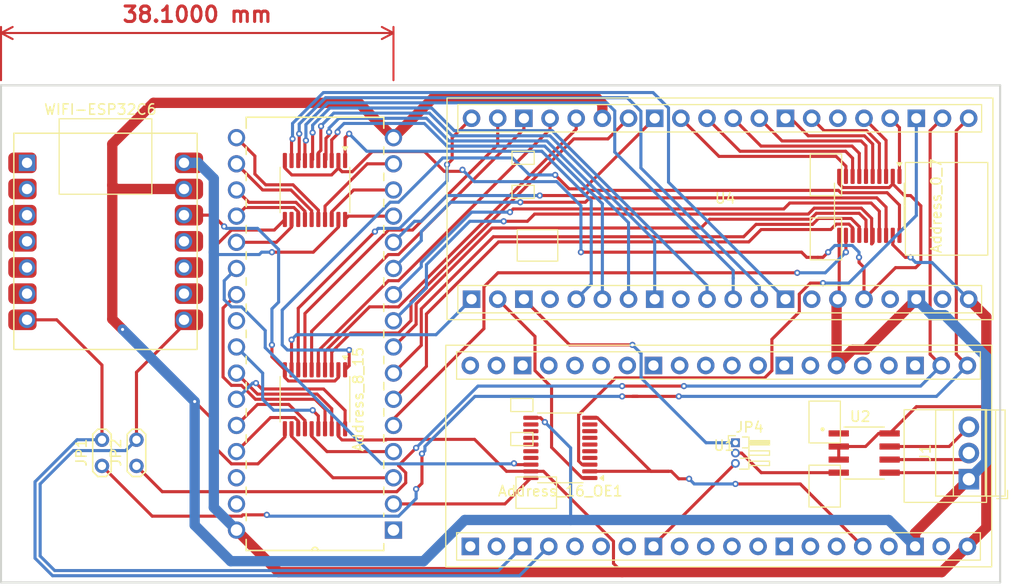
<source format=kicad_pcb>
(kicad_pcb (version 20240108) (generator "pcbnew") (generator_version "8.0")
  (layers (0 "F.Cu" signal) (31 "B.Cu" signal) (34 "B.Paste" user) (35 "F.Paste" user) (36 "B.SilkS" user "B.Silkscreen") (37 "F.SilkS" user "F.Silkscreen") (38 "B.Mask" user) (39 "F.Mask" user) (44 "Edge.Cuts" user))
  (net 0 "")
  (net 1 "/A0_3V3")
  (net 2 "/A1_5V")
  (net 3 "/VCC_5V")
  (net 4 "/A6_5V")
  (net 5 "/A4_5V")
  (net 6 "/A5_5V")
  (net 7 "/A5_3V3")
  (net 8 "/A2_5V")
  (net 9 "/A6_3V3")
  (net 10 "/A7_3V3")
  (net 11 "/VCC_3V3")
  (net 12 "/A0_5V")
  (net 13 "/A2_3V3")
  (net 14 "/A1_3V3")
  (net 15 "/A4_3V3")
  (net 16 "/A3_5V")
  (net 17 "/A3_3V3")
  (net 18 "/GND")
  (net 19 "/A13_3V3")
  (net 20 "/A7_5V")
  (net 21 "/A10_3V3")
  (net 22 "/A12_5V")
  (net 23 "/A9_5V")
  (net 24 "/A12_3V3")
  (net 25 "/A11_3V3")
  (net 26 "/A9_3V3")
  (net 27 "/A14_3V3")
  (net 28 "/A15_5V")
  (net 29 "/A15_3V3")
  (net 30 "/A11_5V")
  (net 31 "/A8_3V3")
  (net 32 "/OE_3V3")
  (net 33 "/A16_3V3")
  (net 34 "/A13_5V")
  (net 35 "/A8_5V")
  (net 36 "/A10_5V")
  (net 37 "/A14_5V")
  (net 38 "/OE_5V")
  (net 40 "/A16_5V")
  (net 52 "/D1_5V")
  (net 54 "/D0_5V")
  (net 55 "/D2_5V")
  (net 59 "/D6_3V3")
  (net 60 "/D4_3V3")
  (net 61 "/D7_3V3")
  (net 62 "/D3_3V3")
  (net 63 "/D0_3V3")
  (net 64 "/D2_3V3")
  (net 65 "/D5_3V3")
  (net 66 "/D1_3V3")
  (net 67 "/UART_EE_RX")
  (net 68 "/UART_EE_TX")
  (net 71 "/D6_5V")
  (net 76 "/D7_5V")
  (net 85 "/D5_5V")
  (net 87 "/D4_5V")
  (net 95 "/D3_5V")
  (net 96 "Net-(J1-Pin_2)")
  (net 97 "Net-(J1-Pin_3)")
  (net 120 "/UART_ESP_TX")
  (net 121 "/UART_ESP_RX")
  (net 122 "/DMX_TX")
  (net 123 "/DMX_TX_EE")
  (net 124 "/DMX_TX_CON")
  (footprint "TestPoint:TestPoint_2Pads_Pitch2.54mm_Drill0.8mm" (layer "F.Cu") (at 89.35 87.75 90)
    (property "Reference" "JP2")
    (property "Value" "UART EE <-> ESP 2")
  )
  (footprint "Package_SO:TSSOP-20_4.4x6.5mm_P0.65mm" (layer "F.Cu") (at 130.5 86 180)
    (property "Reference" "Address_16_OE1")
    (property "Value" "TXS0108EPW")
  )
  (footprint "TerminalBlock:TerminalBlock_Xinya_XY308-2.54-3P_1x03_P2.54mm_Horizontal" (layer "F.Cu") (at 170.16 89.04 90)
    (property "Reference" "J1")
    (property "Value" "Screw_Terminal_01x03")
  )
  (footprint "M27C1001-12F1:DIP254P1524X572-32" (layer "F.Cu") (at 99.06 55.88 180)
    (property "Reference" "EEPROM_SLOT1" (hide yes))
    (property "Value" "M27C1001-12F1")
  )
  (footprint "XIAO_PCB:MOUDLE14P-SMD-2.54-21X17.8MM" (layer "F.Cu") (at 77.4425 76.445)
    (property "Reference" "WIFI-ESP32C6")
    (property "Value" "WeAct-RP2040-Pico" (hide yes))
  )
  (footprint "Package_SO:TSSOP-20_4.4x6.5mm_P0.65mm" (layer "F.Cu") (at 106.68 60.96 -90)
    (property "Reference" "Data_Lines1" (hide yes))
    (property "Value" "TXS0108EPW")
  )
  (footprint "WeAct-rp2040:WeAct-RP2040-Pico" (layer "F.Cu") (at 145.878 86.79 -90)
    (property "Reference" "U1")
    (property "Value" "Controller-RP2040")
  )
  (footprint "SN65176BD:SOIC127P599X175-8N" (layer "F.Cu") (at 160 86.5)
    (property "Reference" "U2")
    (property "Value" "SN65176BD")
  )
  (footprint "Package_SO:TSSOP-20_4.4x6.5mm_P0.65mm" (layer "F.Cu") (at 160.5 62.5 -90)
    (property "Reference" "Address_0_7")
    (property "Value" "TXS0108EPW" (hide yes))
  )
  (footprint "Package_SO:TSSOP-20_4.4x6.5mm_P0.65mm" (layer "F.Cu") (at 106.68 81.28 -90)
    (property "Reference" "Address_8_15")
    (property "Value" "TXS0108EPW")
  )
  (footprint "TestPoint:TestPoint_2Pads_Pitch2.54mm_Drill0.8mm" (layer "F.Cu") (at 86 87.75 90)
    (property "Reference" "JP1")
    (property "Value" "UART EE <-> ESP 1")
  )
  (footprint "Connector_PinHeader_1.00mm:PinHeader_1x03_P1.00mm_Horizontal" (layer "F.Cu") (at 147.5 85.5)
    (property "Reference" "JP4")
    (property "Value" "DMX_TX")
  )
  (footprint "WeAct-rp2040:WeAct-RP2040-Pico" (layer "F.Cu") (at 146 62.79 -90)
    (property "Reference" "U4")
    (property "Value" "EEPROM-RP2040")
  )
  (gr_line (start 76.2 50.8) (end 76.2 99.06) (stroke (width 0.2)) (layer "Edge.Cuts"))
  (gr_line (start 173.2 99.06) (end 173.2 50.8) (stroke (width 0.2)) (layer "Edge.Cuts"))
  (gr_line (start 76.2 50.8) (end 173.2 50.8) (stroke (width 0.2)) (layer "Edge.Cuts"))
  (gr_line (start 76.2 99.06) (end 173.2 99.06) (stroke (width 0.2)) (layer "Edge.Cuts"))
  (dimension (type aligned) (layer "F.Cu") (pts (xy 76.2 50.8) (xy 114.3 50.8)) (height -5.08) (gr_text "38,1000 mm" (at 95.25 43.92 0) (layer "F.Cu") (effects (font (size 1.5 1.5) (thickness 0.3)))) (format (prefix "") (suffix "") (units 3) (units_format 1) (precision 4)) (style (thickness 0.2) (arrow_length 1.27) (text_position_mode 0) (extension_height 0.58642) (extension_offset 0.5)))
  (segment (start 162.522 54) (end 163.425 54.903) (width 0.3) (layer "F.Cu") (net 1))
  (segment (start 163.425 54.903) (end 163.425 59.6375) (width 0.3) (layer "F.Cu") (net 1))
  (segment (start 161.225 61.725) (end 133.351212 61.725) (width 0.3) (layer "F.Cu") (net 2))
  (segment (start 162.125 65.3625) (end 162.125 62.625) (width 0.3) (layer "F.Cu") (net 2))
  (segment (start 132.926212 62.15) (end 126.613357 62.15) (width 0.3) (layer "F.Cu") (net 2))
  (segment (start 133.351212 61.725) (end 132.926212 62.15) (width 0.3) (layer "F.Cu") (net 2))
  (segment (start 162.125 62.625) (end 161.225 61.725) (width 0.3) (layer "F.Cu") (net 2))
  (via (at 126.613357 62.15) (size 0.6) (drill 0.3) (layers "F.Cu" "B.Cu") (net 2))
  (segment (start 117 65) (end 117 65.88) (width 0.3) (layer "B.Cu") (net 2))
  (segment (start 119.85 62.15) (end 117 65) (width 0.3) (layer "B.Cu") (net 2))
  (segment (start 126.613357 62.15) (end 119.85 62.15) (width 0.3) (layer "B.Cu") (net 2))
  (segment (start 117 65.88) (end 114.3 68.58) (width 0.3) (layer "B.Cu") (net 2))
  (segment (start 108.955 84.879999) (end 109.305001 85.23) (width 0.3) (layer "F.Cu") (net 3))
  (segment (start 135.66 95.066943) (end 135.66 97.22) (width 0.3) (layer "F.Cu") (net 3))
  (segment (start 135.66 97.22) (end 136.5 98.06) (width 0.3) (layer "F.Cu") (net 3))
  (segment (start 167.524 98.06) (end 136.5 98.06) (width 1) (layer "F.Cu") (net 3))
  (segment (start 127.6375 88.275) (end 128.868057 88.275) (width 0.3) (layer "F.Cu") (net 3))
  (segment (start 162.47 84.595) (end 165.065 82) (width 0.3) (layer "F.Cu") (net 3))
  (segment (start 171.86 93.724) (end 170.02 95.564) (width 1) (layer "F.Cu") (net 3))
  (segment (start 164 67.5) (end 164.5 67.5) (width 0.3) (layer "F.Cu") (net 3))
  (segment (start 125.275 88.275) (end 127.6375 88.275) (width 0.3) (layer "F.Cu") (net 3))
  (segment (start 108.955 64.559999) (end 106.514999 67) (width 0.3) (layer "F.Cu") (net 3))
  (segment (start 109.305001 85.23) (end 113.5 85.23) (width 0.3) (layer "F.Cu") (net 3))
  (segment (start 103.14 98.06) (end 99.06 93.98) (width 1) (layer "F.Cu") (net 3))
  (segment (start 160.135 85.865) (end 157.53 85.865) (width 0.3) (layer "F.Cu") (net 3))
  (segment (start 122.1718 85.1718) (end 125.275 88.275) (width 0.3) (layer "F.Cu") (net 3))
  (segment (start 157.53 87.135) (end 157.53 85.865) (width 0.3) (layer "F.Cu") (net 3))
  (segment (start 162.775 66.275) (end 164 67.5) (width 0.3) (layer "F.Cu") (net 3))
  (segment (start 162.775 65.3625) (end 162.775 66.275) (width 0.3) (layer "F.Cu") (net 3))
  (segment (start 113.5 85.23) (end 113.5582 85.1718) (width 0.3) (layer "F.Cu") (net 3))
  (segment (start 113.5 85.23) (end 113.586031 85.23) (width 0.3) (layer "F.Cu") (net 3))
  (segment (start 170.142 71.564) (end 171.86 73.282) (width 1) (layer "F.Cu") (net 3))
  (segment (start 106.514999 67) (end 102.5 67) (width 0.3) (layer "F.Cu") (net 3))
  (segment (start 171.86 73.282) (end 171.86 82) (width 1) (layer "F.Cu") (net 3))
  (segment (start 136.5 98.06) (end 103.14 98.06) (width 1) (layer "F.Cu") (net 3))
  (segment (start 171.86 82) (end 171.86 93.724) (width 1) (layer "F.Cu") (net 3))
  (segment (start 161.405 84.595) (end 160.135 85.865) (width 0.3) (layer "F.Cu") (net 3))
  (segment (start 108.955 63.8225) (end 108.955 64.559999) (width 0.3) (layer "F.Cu") (net 3))
  (segment (start 113.5582 85.1718) (end 122.1718 85.1718) (width 0.3) (layer "F.Cu") (net 3))
  (segment (start 165.065 82) (end 171.86 82) (width 0.3) (layer "F.Cu") (net 3))
  (segment (start 162.47 84.595) (end 161.405 84.595) (width 0.3) (layer "F.Cu") (net 3))
  (segment (start 108.955 84.1425) (end 108.955 84.879999) (width 0.3) (layer "F.Cu") (net 3))
  (segment (start 128.868057 88.275) (end 135.66 95.066943) (width 0.3) (layer "F.Cu") (net 3))
  (segment (start 170.02 95.564) (end 167.524 98.06) (width 1) (layer "F.Cu") (net 3))
  (via (at 102.5 67) (size 0.6) (drill 0.3) (layers "F.Cu" "B.Cu") (net 3))
  (via (at 164.5 67.5) (size 0.6) (drill 0.3) (layers "F.Cu" "B.Cu") (net 3))
  (segment (start 101.2718 67.2282) (end 97.088209 67.2282) (width 0.3) (layer "B.Cu") (net 3))
  (segment (start 102.5 67) (end 101.5 67) (width 0.3) (layer "B.Cu") (net 3))
  (segment (start 101.5 67) (end 101.2718 67.2282) (width 0.3) (layer "B.Cu") (net 3))
  (segment (start 99.06 93.98) (end 96.860009 91.780009) (width 1) (layer "B.Cu") (net 3))
  (segment (start 97.088209 67.2282) (end 96.860009 67) (width 0.3) (layer "B.Cu") (net 3))
  (segment (start 164.5 67.5) (end 165 68) (width 0.3) (layer "B.Cu") (net 3))
  (segment (start 96.860009 67) (end 96.860009 59.860009) (width 1) (layer "B.Cu") (net 3))
  (segment (start 95.325 58.325) (end 93.9625 58.325) (width 1) (layer "B.Cu") (net 3))
  (segment (start 96.860009 91.780009) (end 96.860009 67) (width 1) (layer "B.Cu") (net 3))
  (segment (start 165 68) (end 166.578 68) (width 0.3) (layer "B.Cu") (net 3))
  (segment (start 96.860009 59.860009) (end 95.325 58.325) (width 1) (layer "B.Cu") (net 3))
  (segment (start 166.578 68) (end 170.142 71.564) (width 0.3) (layer "B.Cu") (net 3))
  (segment (start 114.3 81.28) (end 117.5 78.08) (width 0.3) (layer "F.Cu") (net 4))
  (segment (start 124.5 66) (end 148.8 66) (width 0.3) (layer "F.Cu") (net 4))
  (segment (start 117.5 73) (end 124.5 66) (width 0.3) (layer "F.Cu") (net 4))
  (segment (start 157.285832 64.275) (end 158.524999 64.275) (width 0.3) (layer "F.Cu") (net 4))
  (segment (start 158.524999 64.275) (end 158.875 64.625001) (width 0.3) (layer "F.Cu") (net 4))
  (segment (start 158.875 64.625001) (end 158.875 65.3625) (width 0.3) (layer "F.Cu") (net 4))
  (segment (start 148.8 66) (end 150 64.8) (width 0.3) (layer "F.Cu") (net 4))
  (segment (start 156.760832 64.8) (end 157.285832 64.275) (width 0.3) (layer "F.Cu") (net 4))
  (segment (start 150 64.8) (end 156.760832 64.8) (width 0.3) (layer "F.Cu") (net 4))
  (segment (start 117.5 78.08) (end 117.5 73) (width 0.3) (layer "F.Cu") (net 4))
  (segment (start 145 63.8) (end 144.15 64.65) (width 0.3) (layer "F.Cu") (net 5))
  (segment (start 155.353797 63.225) (end 154.778797 63.8) (width 0.3) (layer "F.Cu") (net 5))
  (segment (start 160.175 65.3625) (end 160.175 63.882106) (width 0.3) (layer "F.Cu") (net 5))
  (segment (start 123.864581 64.65) (end 116.5 72.014581) (width 0.3) (layer "F.Cu") (net 5))
  (segment (start 160.175 63.882106) (end 159.517894 63.225) (width 0.3) (layer "F.Cu") (net 5))
  (segment (start 116.5 72.014581) (end 116.5 74) (width 0.3) (layer "F.Cu") (net 5))
  (segment (start 116.5 74) (end 114.3 76.2) (width 0.3) (layer "F.Cu") (net 5))
  (segment (start 159.517894 63.225) (end 155.353797 63.225) (width 0.3) (layer "F.Cu") (net 5))
  (segment (start 144.15 64.65) (end 123.864581 64.65) (width 0.3) (layer "F.Cu") (net 5))
  (segment (start 154.778797 63.8) (end 145 63.8) (width 0.3) (layer "F.Cu") (net 5))
  (segment (start 148.3 65.5) (end 124 65.5) (width 0.3) (layer "F.Cu") (net 6))
  (segment (start 124 65.5) (end 117 72.5) (width 0.3) (layer "F.Cu") (net 6))
  (segment (start 159.525 65.3625) (end 159.525 64.525) (width 0.3) (layer "F.Cu") (net 6))
  (segment (start 149.5 64.3) (end 148.3 65.5) (width 0.3) (layer "F.Cu") (net 6))
  (segment (start 154.985903 64.3) (end 149.5 64.3) (width 0.3) (layer "F.Cu") (net 6))
  (segment (start 117 76.04) (end 114.3 78.74) (width 0.3) (layer "F.Cu") (net 6))
  (segment (start 117 72.5) (end 117 76.04) (width 0.3) (layer "F.Cu") (net 6))
  (segment (start 159.525 64.525) (end 158.725 63.725) (width 0.3) (layer "F.Cu") (net 6))
  (segment (start 155.560903 63.725) (end 154.985903 64.3) (width 0.3) (layer "F.Cu") (net 6))
  (segment (start 158.725 63.725) (end 155.560903 63.725) (width 0.3) (layer "F.Cu") (net 6))
  (segment (start 159.525 57.400001) (end 159.525 59.6375) (width 0.3) (layer "F.Cu") (net 7))
  (segment (start 149.982 56.7) (end 158.824999 56.7) (width 0.3) (layer "F.Cu") (net 7))
  (segment (start 147.282 54) (end 149.982 56.7) (width 0.3) (layer "F.Cu") (net 7))
  (segment (start 158.824999 56.7) (end 159.525 57.400001) (width 0.3) (layer "F.Cu") (net 7))
  (segment (start 152.2 62.8) (end 125.926714 62.8) (width 0.3) (layer "F.Cu") (net 8))
  (segment (start 152.775 62.225) (end 152.2 62.8) (width 0.3) (layer "F.Cu") (net 8))
  (segment (start 160.675 62.225) (end 152.775 62.225) (width 0.3) (layer "F.Cu") (net 8))
  (segment (start 161.475 65.3625) (end 161.475 63.025) (width 0.3) (layer "F.Cu") (net 8))
  (segment (start 125.926714 62.8) (end 125.613357 63.113357) (width 0.3) (layer "F.Cu") (net 8))
  (segment (start 161.475 63.025) (end 160.675 62.225) (width 0.3) (layer "F.Cu") (net 8))
  (via (at 125.613357 63.113357) (size 0.6) (drill 0.3) (layers "F.Cu" "B.Cu") (net 8))
  (segment (start 121.886643 63.113357) (end 117 68) (width 0.3) (layer "B.Cu") (net 8))
  (segment (start 117 68) (end 117 68.42) (width 0.3) (layer "B.Cu") (net 8))
  (segment (start 117 68.42) (end 114.3 71.12) (width 0.3) (layer "B.Cu") (net 8))
  (segment (start 125.613357 63.113357) (end 121.886643 63.113357) (width 0.3) (layer "B.Cu") (net 8))
  (segment (start 158.2 57.2) (end 158.875 57.875) (width 0.3) (layer "F.Cu") (net 9))
  (segment (start 144.742 54) (end 147.942 57.2) (width 0.3) (layer "F.Cu") (net 9))
  (segment (start 158.875 57.875) (end 158.875 59.6375) (width 0.3) (layer "F.Cu") (net 9))
  (segment (start 147.942 57.2) (end 158.2 57.2) (width 0.3) (layer "F.Cu") (net 9))
  (segment (start 157.275 57.7) (end 158.225 58.65) (width 0.3) (layer "F.Cu") (net 10))
  (segment (start 145.902 57.7) (end 157.275 57.7) (width 0.3) (layer "F.Cu") (net 10))
  (segment (start 142.202 54) (end 145.902 57.7) (width 0.3) (layer "F.Cu") (net 10))
  (segment (start 158.225 58.65) (end 158.225 59.6375) (width 0.3) (layer "F.Cu") (net 10))
  (segment (start 165.5 68) (end 165 68.5) (width 0.3) (layer "F.Cu") (net 11))
  (segment (start 154.419239 67.5) (end 155.5 67.5) (width 0.3) (layer "F.Cu") (net 11))
  (segment (start 159.982 68.482) (end 159.982 71.564) (width 0.3) (layer "F.Cu") (net 11))
  (segment (start 157.935832 60.725) (end 162.424999 60.725) (width 0.3) (layer "F.Cu") (net 11))
  (segment (start 108.955 79.154999) (end 108.604999 79.505) (width 0.3) (layer "F.Cu") (net 11))
  (segment (start 108.604999 79.505) (end 104.105001 79.505) (width 0.3) (layer "F.Cu") (net 11))
  (segment (start 96.765009 63.405) (end 97.860009 64.5) (width 0.3) (layer "F.Cu") (net 11))
  (segment (start 102.5 77.1625) (end 103.755 78.4175) (width 0.3) (layer "F.Cu") (net 11))
  (segment (start 95.8175 63.405) (end 94.4425 63.405) (width 0.3) (layer "F.Cu") (net 11))
  (segment (start 159.5 68) (end 159.982 68.482) (width 0.3) (layer "F.Cu") (net 11))
  (segment (start 108.955 58.834999) (end 108.289999 59.5) (width 0.3) (layer "F.Cu") (net 11))
  (segment (start 156 67.5) (end 156.5 67) (width 0.3) (layer "F.Cu") (net 11))
  (segment (start 162.424999 60.725) (end 162.775 60.374999) (width 0.3) (layer "F.Cu") (net 11))
  (segment (start 104.430832 59.5) (end 103.755 58.824168) (width 0.3) (layer "F.Cu") (net 11))
  (segment (start 153.919239 67) (end 154.419239 67.5) (width 0.3) (layer "F.Cu") (net 11))
  (segment (start 108.289999 59.5) (end 104.430832 59.5) (width 0.3) (layer "F.Cu") (net 11))
  (segment (start 159.5 67.5) (end 159.5 68) (width 0.3) (layer "F.Cu") (net 11))
  (segment (start 132.5 67) (end 153.919239 67) (width 0.3) (layer "F.Cu") (net 11))
  (segment (start 163.900001 61.5) (end 164.5 61.5) (width 0.3) (layer "F.Cu") (net 11))
  (segment (start 133.3625 83.075) (end 134.099999 83.075) (width 0.3) (layer "F.Cu") (net 11))
  (segment (start 117.312561 57.2318) (end 119.230761 59.15) (width 0.3) (layer "F.Cu") (net 11))
  (segment (start 102.5 76) (end 102.5 77.1625) (width 0.3) (layer "F.Cu") (net 11))
  (segment (start 103.755 79.154999) (end 103.755 78.4175) (width 0.3) (layer "F.Cu") (net 11))
  (segment (start 112.241093 57.2318) (end 117.312561 57.2318) (width 0.3) (layer "F.Cu") (net 11))
  (segment (start 139.299999 88.275) (end 141 88.275) (width 0.3) (layer "F.Cu") (net 11))
  (segment (start 108.955 58.0975) (end 108.955 58.834999) (width 0.3) (layer "F.Cu") (net 11))
  (segment (start 162.775 60.374999) (end 162.775 59.6375) (width 0.3) (layer "F.Cu") (net 11))
  (segment (start 165 68.5) (end 163.046 68.5) (width 0.3) (layer "F.Cu") (net 11))
  (segment (start 155.5 67.5) (end 156 67.5) (width 0.3) (layer "F.Cu") (net 11))
  (segment (start 119.230761 59.15) (end 120.85 59.15) (width 0.3) (layer "F.Cu") (net 11))
  (segment (start 162.775 60.374999) (end 163.900001 61.5) (width 0.3) (layer "F.Cu") (net 11))
  (segment (start 94.4425 63.405) (end 96.765009 63.405) (width 0.3) (layer "F.Cu") (net 11))
  (segment (start 165.5 62.5) (end 165.5 68) (width 0.3) (layer "F.Cu") (net 11))
  (segment (start 120.85 59.15) (end 121 59) (width 0.3) (layer "F.Cu") (net 11))
  (segment (start 164.5 61.5) (end 165.5 62.5) (width 0.3) (layer "F.Cu") (net 11))
  (segment (start 163.046 68.5) (end 159.982 71.564) (width 0.3) (layer "F.Cu") (net 11))
  (segment (start 108.955 58.834999) (end 109.305001 59.185) (width 0.3) (layer "F.Cu") (net 11))
  (segment (start 157.575 60.364168) (end 157.935832 60.725) (width 0.3) (layer "F.Cu") (net 11))
  (segment (start 110.287893 59.185) (end 112.241093 57.2318) (width 0.3) (layer "F.Cu") (net 11))
  (segment (start 153.796 89.5) (end 147.5 89.5) (width 0.3) (layer "F.Cu") (net 11))
  (segment (start 157.575 59.6375) (end 157.575 60.364168) (width 0.3) (layer "F.Cu") (net 11))
  (segment (start 103.755 58.824168) (end 103.755 58.0975) (width 0.3) (layer "F.Cu") (net 11))
  (segment (start 141.275 88.275) (end 141 88.275) (width 0.3) (layer "F.Cu") (net 11))
  (segment (start 108.955 78.4175) (end 108.955 79.154999) (width 0.3) (layer "F.Cu") (net 11))
  (segment (start 109.305001 59.185) (end 110.287893 59.185) (width 0.3) (layer "F.Cu") (net 11))
  (segment (start 134.099999 83.075) (end 139.299999 88.275) (width 0.3) (layer "F.Cu") (net 11))
  (segment (start 142 89) (end 141.275 88.275) (width 0.3) (layer "F.Cu") (net 11))
  (segment (start 104.105001 79.505) (end 103.755 79.154999) (width 0.3) (layer "F.Cu") (net 11))
  (segment (start 143 89) (end 142 89) (width 0.3) (layer "F.Cu") (net 11))
  (segment (start 141 88.275) (end 133.3625 88.275) (width 0.3) (layer "F.Cu") (net 11))
  (segment (start 159.86 95.564) (end 153.796 89.5) (width 0.3) (layer "F.Cu") (net 11))
  (via (at 147.5 89.5) (size 0.6) (drill 0.3) (layers "F.Cu" "B.Cu") (net 11))
  (via (at 156.5 67) (size 0.6) (drill 0.3) (layers "F.Cu" "B.Cu") (net 11))
  (via (at 159.5 67.5) (size 0.6) (drill 0.3) (layers "F.Cu" "B.Cu") (net 11))
  (via (at 97.860009 64.5) (size 0.6) (drill 0.3) (layers "F.Cu" "B.Cu") (net 11))
  (via (at 102.5 76) (size 0.6) (drill 0.3) (layers "F.Cu" "B.Cu") (net 11))
  (via (at 132.5 67) (size 0.6) (drill 0.3) (layers "F.Cu" "B.Cu") (net 11))
  (via (at 143 89) (size 0.6) (drill 0.3) (layers "F.Cu" "B.Cu") (net 11))
  (via (at 121 59) (size 0.6) (drill 0.3) (layers "F.Cu" "B.Cu") (net 11))
  (segment (start 132.5 62.5) (end 132.5 67) (width 0.3) (layer "B.Cu") (net 11))
  (segment (start 158.85 66.35) (end 159.5 67) (width 0.3) (layer "B.Cu") (net 11))
  (segment (start 156.5 67) (end 157.15 66.35) (width 0.3) (layer "B.Cu") (net 11))
  (segment (start 103.15 66.730761) (end 103.15 71.85) (width 0.3) (layer "B.Cu") (net 11))
  (segment (start 98.048209 64.6882) (end 101.107439 64.6882) (width 0.3) (layer "B.Cu") (net 11))
  (segment (start 147.5 89.5) (end 143.5 89.5) (width 0.3) (layer "B.Cu") (net 11))
  (segment (start 97.860009 64.5) (end 98.048209 64.6882) (width 0.3) (layer "B.Cu") (net 11))
  (segment (start 143.5 89.5) (end 143 89) (width 0.3) (layer "B.Cu") (net 11))
  (segment (start 101.107439 64.6882) (end 103.15 66.730761) (width 0.3) (layer "B.Cu") (net 11))
  (segment (start 157.15 66.35) (end 158.85 66.35) (width 0.3) (layer "B.Cu") (net 11))
  (segment (start 103.15 71.85) (end 102.5 72.5) (width 0.3) (layer "B.Cu") (net 11))
  (segment (start 130.15 60.15) (end 132.5 62.5) (width 0.3) (layer "B.Cu") (net 11))
  (segment (start 121 59) (end 122.15 60.15) (width 0.3) (layer "B.Cu") (net 11))
  (segment (start 159.5 67) (end 159.5 67.5) (width 0.3) (layer "B.Cu") (net 11))
  (segment (start 102.5 72.5) (end 102.5 76) (width 0.3) (layer "B.Cu") (net 11))
  (segment (start 122.15 60.15) (end 130.15 60.15) (width 0.3) (layer "B.Cu") (net 11))
  (segment (start 133.369106 61) (end 132.869106 61.5) (width 0.3) (layer "F.Cu") (net 12))
  (segment (start 157.728725 61.225) (end 157.503725 61) (width 0.3) (layer "F.Cu") (net 12))
  (segment (start 157.503725 61) (end 133.369106 61) (width 0.3) (layer "F.Cu") (net 12))
  (segment (start 163.425 65.3625) (end 163.425 62.425) (width 0.3) (layer "F.Cu") (net 12))
  (segment (start 163.425 62.425) (end 162.225 61.225) (width 0.3) (layer "F.Cu") (net 12))
  (segment (start 132.869106 61.5) (end 128.5 61.5) (width 0.3) (layer "F.Cu") (net 12))
  (segment (start 162.225 61.225) (end 157.728725 61.225) (width 0.3) (layer "F.Cu") (net 12))
  (via (at 128.5 61.5) (size 0.6) (drill 0.3) (layers "F.Cu" "B.Cu") (net 12))
  (segment (start 116.34 64) (end 114.3 66.04) (width 0.3) (layer "B.Cu") (net 12))
  (segment (start 117 64) (end 116.34 64) (width 0.3) (layer "B.Cu") (net 12))
  (segment (start 128.5 61.5) (end 119.5 61.5) (width 0.3) (layer "B.Cu") (net 12))
  (segment (start 119.5 61.5) (end 117 64) (width 0.3) (layer "B.Cu") (net 12))
  (segment (start 161.475 56.442916) (end 161.475 59.6375) (width 0.3) (layer "F.Cu") (net 13))
  (segment (start 154.902 54) (end 156.102 55.2) (width 0.3) (layer "F.Cu") (net 13))
  (segment (start 160.232084 55.2) (end 161.475 56.442916) (width 0.3) (layer "F.Cu") (net 13))
  (segment (start 156.102 55.2) (end 160.232084 55.2) (width 0.3) (layer "F.Cu") (net 13))
  (segment (start 159.982 54) (end 162.125 56.143) (width 0.3) (layer "F.Cu") (net 14))
  (segment (start 162.125 56.143) (end 162.125 59.6375) (width 0.3) (layer "F.Cu") (net 14))
  (segment (start 160.175 56.675) (end 160.175 59.6375) (width 0.3) (layer "F.Cu") (net 15))
  (segment (start 152.022 56.2) (end 159.7 56.2) (width 0.3) (layer "F.Cu") (net 15))
  (segment (start 159.7 56.2) (end 160.175 56.675) (width 0.3) (layer "F.Cu") (net 15))
  (segment (start 149.822 54) (end 152.022 56.2) (width 0.3) (layer "F.Cu") (net 15))
  (segment (start 159.725 62.725) (end 155.146691 62.725) (width 0.3) (layer "F.Cu") (net 16))
  (segment (start 160.825 65.3625) (end 160.825 66.099999) (width 0.3) (layer "F.Cu") (net 16))
  (segment (start 160.825 66.099999) (end 160.725 66.199999) (width 0.3) (layer "F.Cu") (net 16))
  (segment (start 154.571691 63.3) (end 128 63.3) (width 0.3) (layer "F.Cu") (net 16))
  (segment (start 155.146691 62.725) (end 154.571691 63.3) (width 0.3) (layer "F.Cu") (net 16))
  (segment (start 127.3 64) (end 125 64) (width 0.3) (layer "F.Cu") (net 16))
  (segment (start 160.725 63.725) (end 159.725 62.725) (width 0.3) (layer "F.Cu") (net 16))
  (segment (start 160.725 66.199999) (end 160.725 63.725) (width 0.3) (layer "F.Cu") (net 16))
  (segment (start 128 63.3) (end 127.3 64) (width 0.3) (layer "F.Cu") (net 16))
  (via (at 125 64) (size 0.6) (drill 0.3) (layers "F.Cu" "B.Cu") (net 16))
  (segment (start 125 64) (end 121.707106 64) (width 0.3) (layer "B.Cu") (net 16))
  (segment (start 117.5 68.207106) (end 117.5 70.46) (width 0.3) (layer "B.Cu") (net 16))
  (segment (start 117.5 70.46) (end 114.3 73.66) (width 0.3) (layer "B.Cu") (net 16))
  (segment (start 121.707106 64) (end 117.5 68.207106) (width 0.3) (layer "B.Cu") (net 16))
  (segment (start 154.56587 55.7) (end 160.024978 55.7) (width 0.3) (layer "F.Cu") (net 17))
  (segment (start 152.86587 54) (end 154.56587 55.7) (width 0.3) (layer "F.Cu") (net 17))
  (segment (start 152.362 54) (end 152.86587 54) (width 0.3) (layer "F.Cu") (net 17))
  (segment (start 160.024978 55.7) (end 160.825 56.500022) (width 0.3) (layer "F.Cu") (net 17))
  (segment (start 160.825 56.500022) (end 160.825 59.6375) (width 0.3) (layer "F.Cu") (net 17))
  (segment (start 102.7257 64.8518) (end 103.755 63.8225) (width 0.3) (layer "F.Cu") (net 18))
  (segment (start 157.32 78) (end 158.87 76.45) (width 1) (layer "F.Cu") (net 18))
  (segment (start 97.01631 83.51631) (end 95 81.5) (width 0.3) (layer "F.Cu") (net 18))
  (segment (start 101.143906 87.5482) (end 98.567831 87.5482) (width 0.3) (layer "F.Cu") (net 18))
  (segment (start 158.87 76.45) (end 160.176 76.45) (width 1) (layer "F.Cu") (net 18))
  (segment (start 103.755 84.1425) (end 103.755 84.937106) (width 0.3) (layer "F.Cu") (net 18))
  (segment (start 169.525 88.405) (end 170.16 89.04) (width 0.3) (layer "F.Cu") (net 18))
  (segment (start 118.18 52) (end 134 52) (width 1) (layer "F.Cu") (net 18))
  (segment (start 114.3 55.88) (end 110.92 52.5) (width 1) (layer "F.Cu") (net 18))
  (segment (start 157.32 71.686) (end 157.442 71.564) (width 1) (layer "F.Cu") (net 18))
  (segment (start 91 52.5) (end 87 56.5) (width 1) (layer "F.Cu") (net 18))
  (segment (start 103.755 84.937106) (end 101.143906 87.5482) (width 0.3) (layer "F.Cu") (net 18))
  (segment (start 164.94 95.564) (end 164.94 94.26) (width 1) (layer "F.Cu") (net 18))
  (segment (start 97.8718 65.547831) (end 98.567831 64.8518) (width 0.3) (layer "F.Cu") (net 18))
  (segment (start 97.01631 85.996679) (end 97.01631 83.51631) (width 0.3) (layer "F.Cu") (net 18))
  (segment (start 110.92 52.5) (end 91 52.5) (width 1) (layer "F.Cu") (net 18))
  (segment (start 97.01631 85.863691) (end 97.01631 66.403321) (width 0.3) (layer "F.Cu") (net 18))
  (segment (start 98.567831 64.8518) (end 102.7257 64.8518) (width 0.3) (layer "F.Cu") (net 18))
  (segment (start 114.3 55.88) (end 118.18 52) (width 1) (layer "F.Cu") (net 18))
  (segment (start 87 73.5) (end 88 74.5) (width 1) (layer "F.Cu") (net 18))
  (segment (start 97.01631 66.403321) (end 97.8718 65.547831) (width 0.3) (layer "F.Cu") (net 18))
  (segment (start 87 60.5) (end 87.365 60.865) (width 1) (layer "F.Cu") (net 18))
  (segment (start 87.365 60.865) (end 94.4425 60.865) (width 1) (layer "F.Cu") (net 18))
  (segment (start 157.32 78) (end 157.32 71.686) (width 1) (layer "F.Cu") (net 18))
  (segment (start 128.575 83.075) (end 129 83.5) (width 0.3) (layer "F.Cu") (net 18))
  (segment (start 87 56.5) (end 87 60.5) (width 1) (layer "F.Cu") (net 18))
  (segment (start 87 60.5) (end 87 73.5) (width 1) (layer "F.Cu") (net 18))
  (segment (start 98.567831 87.5482) (end 97.01631 85.996679) (width 0.3) (layer "F.Cu") (net 18))
  (segment (start 160.176 76.45) (end 165.062 71.564) (width 1) (layer "F.Cu") (net 18))
  (segment (start 127.6375 83.075) (end 128.575 83.075) (width 0.3) (layer "F.Cu") (net 18))
  (segment (start 157.575 65.3625) (end 157.575 71.431) (width 0.3) (layer "F.Cu") (net 18))
  (segment (start 164.94 94.26) (end 170.16 89.04) (width 1) (layer "F.Cu") (net 18))
  (segment (start 157.575 71.431) (end 157.442 71.564) (width 0.3) (layer "F.Cu") (net 18))
  (segment (start 162.47 88.405) (end 169.525 88.405) (width 0.3) (layer "F.Cu") (net 18))
  (segment (start 134 52) (end 134.582 52.582) (width 1) (layer "F.Cu") (net 18))
  (segment (start 134.582 52.582) (end 134.582 54) (width 1) (layer "F.Cu") (net 18))
  (via (at 95 81.5) (size 0.6) (drill 0.3) (layers "F.Cu" "B.Cu") (net 18))
  (via (at 88 74.5) (size 0.6) (drill 0.3) (layers "F.Cu" "B.Cu") (net 18))
  (via (at 129 83.5) (size 0.6) (drill 0.3) (layers "F.Cu" "B.Cu") (net 18))
  (segment (start 167.814 73.114) (end 171.86 77.16) (width 1) (layer "B.Cu") (net 18))
  (segment (start 121.224 93) (end 131.5 93) (width 1) (layer "B.Cu") (net 18))
  (segment (start 166.612 73.114) (end 167.814 73.114) (width 1) (layer "B.Cu") (net 18))
  (segment (start 117.224 97) (end 121.224 93) (width 1) (layer "B.Cu") (net 18))
  (segment (start 165.062 71.564) (end 166.612 73.114) (width 1) (layer "B.Cu") (net 18))
  (segment (start 98.5 97) (end 117.224 97) (width 1) (layer "B.Cu") (net 18))
  (segment (start 129 83.5) (end 131.5 86) (width 0.3) (layer "B.Cu") (net 18))
  (segment (start 131.5 93) (end 162.376 93) (width 1) (layer "B.Cu") (net 18))
  (segment (start 171.86 77.16) (end 171.86 87.34) (width 1) (layer "B.Cu") (net 18))
  (segment (start 95 81.5) (end 95 93.5) (width 1) (layer "B.Cu") (net 18))
  (segment (start 88 74.5) (end 95 81.5) (width 1) (layer "B.Cu") (net 18))
  (segment (start 162.376 93) (end 164.94 95.564) (width 1) (layer "B.Cu") (net 18))
  (segment (start 171.86 87.34) (end 170.16 89.04) (width 1) (layer "B.Cu") (net 18))
  (segment (start 95 93.5) (end 98.5 97) (width 1) (layer "B.Cu") (net 18))
  (segment (start 131.5 86) (end 131.5 93) (width 0.3) (layer "B.Cu") (net 18))
  (segment (start 116.1482 64.8518) (end 124.422 56.578) (width 0.3) (layer "F.Cu") (net 19))
  (segment (start 105.705 78.4175) (end 105.705 72.954631) (width 0.3) (layer "F.Cu") (net 19))
  (segment (start 113.807831 64.8518) (end 116.1482 64.8518) (width 0.3) (layer "F.Cu") (net 19))
  (segment (start 124.422 56.578) (end 124.422 54) (width 0.3) (layer "F.Cu") (net 19))
  (segment (start 105.705 72.954631) (end 113.807831 64.8518) (width 0.3) (layer "F.Cu") (net 19))
  (segment (start 158.225 65.3625) (end 158.225 67) (width 0.3) (layer "F.Cu") (net 20))
  (segment (start 124.446 69) (end 123.082 70.364) (width 0.3) (layer "F.Cu") (net 20))
  (segment (start 153.5 69) (end 124.446 69) (width 0.3) (layer "F.Cu") (net 20))
  (segment (start 114.3 83.2) (end 114.3 83.82) (width 0.3) (layer "F.Cu") (net 20))
  (segment (start 123.082 74.418) (end 114.3 83.2) (width 0.3) (layer "F.Cu") (net 20))
  (segment (start 123.082 70.364) (end 123.082 74.418) (width 0.3) (layer "F.Cu") (net 20))
  (via (at 158.225 67) (size 0.6) (drill 0.3) (layers "F.Cu" "B.Cu") (net 20))
  (via (at 153.5 69) (size 0.6) (drill 0.3) (layers "F.Cu" "B.Cu") (net 20))
  (segment (start 156.225 69) (end 153.5 69) (width 0.3) (layer "B.Cu") (net 20))
  (segment (start 158.225 67) (end 156.225 69) (width 0.3) (layer "B.Cu") (net 20))
  (segment (start 113.804973 72.305342) (end 113.807831 72.3082) (width 0.3) (layer "F.Cu") (net 21))
  (segment (start 114.792169 72.3082) (end 132.042 55.058369) (width 0.3) (layer "F.Cu") (net 21))
  (segment (start 111.977795 72.305342) (end 113.804973 72.305342) (width 0.3) (layer "F.Cu") (net 21))
  (segment (start 107.655 78.4175) (end 107.655 76.628137) (width 0.3) (layer "F.Cu") (net 21))
  (segment (start 113.807831 72.3082) (end 114.792169 72.3082) (width 0.3) (layer "F.Cu") (net 21))
  (segment (start 132.042 55.058369) (end 132.042 54) (width 0.3) (layer "F.Cu") (net 21))
  (segment (start 107.655 76.628137) (end 111.977795 72.305342) (width 0.3) (layer "F.Cu") (net 21))
  (segment (start 106.355 84.1425) (end 106.355 84.869168) (width 0.3) (layer "F.Cu") (net 22))
  (segment (start 106.355 84.869168) (end 107.845832 86.36) (width 0.3) (layer "F.Cu") (net 22))
  (segment (start 107.845832 86.36) (end 114.3 86.36) (width 0.3) (layer "F.Cu") (net 22))
  (segment (start 101.1 80.78) (end 106.887106 80.78) (width 0.3) (layer "F.Cu") (net 23))
  (segment (start 99.06 78.74) (end 101.1 80.78) (width 0.3) (layer "F.Cu") (net 23))
  (segment (start 106.887106 80.78) (end 108.305 82.197894) (width 0.3) (layer "F.Cu") (net 23))
  (segment (start 108.305 82.197894) (end 108.305 84.1425) (width 0.3) (layer "F.Cu") (net 23))
  (segment (start 106.355 78.4175) (end 106.355 74.681031) (width 0.3) (layer "F.Cu") (net 24))
  (segment (start 113.807831 67.2282) (end 114.792169 67.2282) (width 0.3) (layer "F.Cu") (net 24))
  (segment (start 114.792169 67.2282) (end 126.962 55.058369) (width 0.3) (layer "F.Cu") (net 24))
  (segment (start 106.355 74.681031) (end 113.807831 67.2282) (width 0.3) (layer "F.Cu") (net 24))
  (segment (start 126.962 55.058369) (end 126.962 54) (width 0.3) (layer "F.Cu") (net 24))
  (segment (start 107.005 76.571031) (end 113.807831 69.7682) (width 0.3) (layer "F.Cu") (net 25))
  (segment (start 107.005 78.4175) (end 107.005 76.571031) (width 0.3) (layer "F.Cu") (net 25))
  (segment (start 114.792169 69.7682) (end 129.502 55.058369) (width 0.3) (layer "F.Cu") (net 25))
  (segment (start 113.807831 69.7682) (end 114.792169 69.7682) (width 0.3) (layer "F.Cu") (net 25))
  (segment (start 129.502 55.058369) (end 129.502 54) (width 0.3) (layer "F.Cu") (net 25))
  (segment (start 108.305 78.4175) (end 108.305 76.695) (width 0.3) (layer "F.Cu") (net 26))
  (segment (start 116 71.807475) (end 131.807475 56) (width 0.3) (layer "F.Cu") (net 26))
  (segment (start 116 73.640369) (end 116 71.807475) (width 0.3) (layer "F.Cu") (net 26))
  (segment (start 110.1518 74.8482) (end 114.792169 74.8482) (width 0.3) (layer "F.Cu") (net 26))
  (segment (start 108.305 76.695) (end 110.1518 74.8482) (width 0.3) (layer "F.Cu") (net 26))
  (segment (start 114.792169 74.8482) (end 116 73.640369) (width 0.3) (layer "F.Cu") (net 26))
  (segment (start 131.807475 56) (end 135.122 56) (width 0.3) (layer "F.Cu") (net 26))
  (segment (start 135.122 56) (end 137.122 54) (width 0.3) (layer "F.Cu") (net 26))
  (segment (start 105.055 78.4175) (end 105.055 72.445) (width 0.3) (layer "F.Cu") (net 27))
  (segment (start 119.5 58.5) (end 120 58) (width 0.3) (layer "F.Cu") (net 27))
  (segment (start 105.055 72.445) (end 112.5 65) (width 0.3) (layer "F.Cu") (net 27))
  (segment (start 120 58) (end 120 55.882) (width 0.3) (layer "F.Cu") (net 27))
  (segment (start 120 55.882) (end 121.882 54) (width 0.3) (layer "F.Cu") (net 27))
  (via (at 119.5 58.5) (size 0.6) (drill 0.3) (layers "F.Cu" "B.Cu") (net 27))
  (via (at 112.5 65) (size 0.6) (drill 0.3) (layers "F.Cu" "B.Cu") (net 27))
  (segment (start 119.5 60.082) (end 119.5 58.5) (width 0.3) (layer "B.Cu") (net 27))
  (segment (start 112.5 65) (end 112.8118 64.6882) (width 0.3) (layer "B.Cu") (net 27))
  (segment (start 112.8118 64.6882) (end 114.8938 64.6882) (width 0.3) (layer "B.Cu") (net 27))
  (segment (start 114.8938 64.6882) (end 119.5 60.082) (width 0.3) (layer "B.Cu") (net 27))
  (segment (start 104.405 84.1425) (end 104.405 84.879999) (width 0.3) (layer "F.Cu") (net 28))
  (segment (start 108.425001 88.9) (end 114.3 88.9) (width 0.3) (layer "F.Cu") (net 28))
  (segment (start 104.405 84.879999) (end 108.425001 88.9) (width 0.3) (layer "F.Cu") (net 28))
  (segment (start 104.405 78.4175) (end 104.405 75.5) (width 0.3) (layer "F.Cu") (net 29))
  (via (at 104.405 75.5) (size 0.6) (drill 0.3) (layers "F.Cu" "B.Cu") (net 29))
  (segment (start 104.8932 75.0118) (end 118.4342 75.0118) (width 0.3) (layer "B.Cu") (net 29))
  (segment (start 104.405 75.5) (end 104.8932 75.0118) (width 0.3) (layer "B.Cu") (net 29))
  (segment (start 118.4342 75.0118) (end 121.882 71.564) (width 0.3) (layer "B.Cu") (net 29))
  (segment (start 107.005 82.891645) (end 106.45701 82.343655) (width 0.3) (layer "F.Cu") (net 30))
  (segment (start 107.005 84.1425) (end 107.005 82.891645) (width 0.3) (layer "F.Cu") (net 30))
  (via (at 106.45701 82.343655) (size 0.6) (drill 0.3) (layers "F.Cu" "B.Cu") (net 30))
  (segment (start 101.6 78.74) (end 99.06 76.2) (width 0.3) (layer "B.Cu") (net 30))
  (segment (start 102.663655 82.343655) (end 101.6 81.28) (width 0.3) (layer "B.Cu") (net 30))
  (segment (start 101.6 81.28) (end 101.6 78.74) (width 0.3) (layer "B.Cu") (net 30))
  (segment (start 106.45701 82.343655) (end 102.663655 82.343655) (width 0.3) (layer "B.Cu") (net 30))
  (segment (start 131.35 60.85) (end 132.812 60.85) (width 0.3) (layer "F.Cu") (net 31))
  (segment (start 132.812 60.85) (end 139.662 54) (width 0.3) (layer "F.Cu") (net 31))
  (segment (start 130 59.5) (end 131.35 60.85) (width 0.3) (layer "F.Cu") (net 31))
  (segment (start 110 78.0225) (end 109.605 78.4175) (width 0.3) (layer "F.Cu") (net 31))
  (segment (start 110 76.5) (end 110 78.0225) (width 0.3) (layer "F.Cu") (net 31))
  (via (at 130 59.5) (size 0.6) (drill 0.3) (layers "F.Cu" "B.Cu") (net 31))
  (via (at 110 76.5) (size 0.6) (drill 0.3) (layers "F.Cu" "B.Cu") (net 31))
  (segment (start 119.090369 57.85) (end 114.792169 62.1482) (width 0.3) (layer "B.Cu") (net 31))
  (segment (start 127.5 59.5) (end 125.85 57.85) (width 0.3) (layer "B.Cu") (net 31))
  (segment (start 103.5 72.619631) (end 103.5 76) (width 0.3) (layer "B.Cu") (net 31))
  (segment (start 104 76.5) (end 110 76.5) (width 0.3) (layer "B.Cu") (net 31))
  (segment (start 113.971431 62.1482) (end 103.5 72.619631) (width 0.3) (layer "B.Cu") (net 31))
  (segment (start 103.5 76) (end 104 76.5) (width 0.3) (layer "B.Cu") (net 31))
  (segment (start 114.792169 62.1482) (end 113.971431 62.1482) (width 0.3) (layer "B.Cu") (net 31))
  (segment (start 125.85 57.85) (end 119.090369 57.85) (width 0.3) (layer "B.Cu") (net 31))
  (segment (start 130 59.5) (end 127.5 59.5) (width 0.3) (layer "B.Cu") (net 31))
  (segment (start 151.04 75.460001) (end 153.702 72.798001) (width 0.3) (layer "F.Cu") (net 32))
  (segment (start 132.275 87.274999) (end 132.275 82.785832) (width 0.3) (layer "F.Cu") (net 32))
  (segment (start 150.34 79.2) (end 151.04 78.5) (width 0.3) (layer "F.Cu") (net 32))
  (segment (start 132.625001 87.625) (end 132.275 87.274999) (width 0.3) (layer "F.Cu") (net 32))
  (segment (start 153.702 72.798001) (end 153.702 71.066943) (width 0.3) (layer "F.Cu") (net 32))
  (segment (start 135.860832 79.2) (end 150.34 79.2) (width 0.3) (layer "F.Cu") (net 32))
  (segment (start 133.3625 87.625) (end 132.625001 87.625) (width 0.3) (layer "F.Cu") (net 32))
  (segment (start 154.768943 70) (end 156 70) (width 0.3) (layer "F.Cu") (net 32))
  (segment (start 153.702 71.066943) (end 154.768943 70) (width 0.3) (layer "F.Cu") (net 32))
  (segment (start 132.275 82.785832) (end 135.860832 79.2) (width 0.3) (layer "F.Cu") (net 32))
  (segment (start 151.04 78.5) (end 151.04 75.460001) (width 0.3) (layer "F.Cu") (net 32))
  (via (at 156 70) (size 0.6) (drill 0.3) (layers "F.Cu" "B.Cu") (net 32))
  (segment (start 156 70) (end 158.5 70) (width 0.3) (layer "B.Cu") (net 32))
  (segment (start 158.5 70) (end 165.062 63.438) (width 0.3) (layer "B.Cu") (net 32))
  (segment (start 165.062 63.438) (end 165.062 54) (width 0.3) (layer "B.Cu") (net 32))
  (segment (start 128.04 78.5) (end 128.04 75.182) (width 0.3) (layer "F.Cu") (net 33))
  (segment (start 129.65 85.949999) (end 129.65 80.11) (width 0.3) (layer "F.Cu") (net 33))
  (segment (start 132.625001 88.925) (end 129.65 85.949999) (width 0.3) (layer "F.Cu") (net 33))
  (segment (start 128.04 75.182) (end 124.422 71.564) (width 0.3) (layer "F.Cu") (net 33))
  (segment (start 133.3625 88.925) (end 132.625001 88.925) (width 0.3) (layer "F.Cu") (net 33))
  (segment (start 129.65 80.11) (end 128.04 78.5) (width 0.3) (layer "F.Cu") (net 33))
  (segment (start 105.705 83.345) (end 104.14 81.78) (width 0.3) (layer "F.Cu") (net 34))
  (segment (start 104.14 81.78) (end 101.1 81.78) (width 0.3) (layer "F.Cu") (net 34))
  (segment (start 101.1 81.78) (end 99.06 83.82) (width 0.3) (layer "F.Cu") (net 34))
  (segment (start 105.705 84.1425) (end 105.705 83.345) (width 0.3) (layer "F.Cu") (net 34))
  (segment (start 109.605 82.372207) (end 107.512793 80.28) (width 0.3) (layer "F.Cu") (net 35))
  (segment (start 101.519239 80.28) (end 100.950001 79.710762) (width 0.3) (layer "F.Cu") (net 35))
  (segment (start 109.605 84.1425) (end 109.605 82.372207) (width 0.3) (layer "F.Cu") (net 35))
  (segment (start 107.512793 80.28) (end 101.519239 80.28) (width 0.3) (layer "F.Cu") (net 35))
  (via (at 100.950001 79.710762) (size 0.6) (drill 0.3) (layers "F.Cu" "B.Cu") (net 35))
  (segment (start 100.950001 79.710762) (end 100.629238 79.710762) (width 0.3) (layer "B.Cu") (net 35))
  (segment (start 100.629238 79.710762) (end 99.06 81.28) (width 0.3) (layer "B.Cu") (net 35))
  (segment (start 107.655 82.255) (end 106.68 81.28) (width 0.3) (layer "F.Cu") (net 36))
  (segment (start 107.655 84.1425) (end 107.655 82.255) (width 0.3) (layer "F.Cu") (net 36))
  (segment (start 100.892894 81.28) (end 99.541094 79.9282) (width 0.3) (layer "F.Cu") (net 36))
  (segment (start 97.755925 79.116294) (end 97.755925 72.424075) (width 0.3) (layer "F.Cu") (net 36))
  (segment (start 98.567831 79.9282) (end 97.755925 79.116294) (width 0.3) (layer "F.Cu") (net 36))
  (segment (start 99.541094 79.9282) (end 98.567831 79.9282) (width 0.3) (layer "F.Cu") (net 36))
  (segment (start 97.755925 72.424075) (end 99.06 71.12) (width 0.3) (layer "F.Cu") (net 36))
  (segment (start 106.68 81.28) (end 100.892894 81.28) (width 0.3) (layer "F.Cu") (net 36))
  (segment (start 105.055 84.1425) (end 105.055 83.405001) (width 0.3) (layer "F.Cu") (net 37))
  (segment (start 102.365 83.055) (end 99.06 86.36) (width 0.3) (layer "F.Cu") (net 37))
  (segment (start 104.704999 83.055) (end 102.365 83.055) (width 0.3) (layer "F.Cu") (net 37))
  (segment (start 105.055 83.405001) (end 104.704999 83.055) (width 0.3) (layer "F.Cu") (net 37))
  (segment (start 126.125 87.625) (end 127.6375 87.625) (width 0.3) (layer "F.Cu") (net 38))
  (segment (start 126 87.5) (end 126.125 87.625) (width 0.3) (layer "F.Cu") (net 38))
  (via (at 126 87.5) (size 0.6) (drill 0.3) (layers "F.Cu" "B.Cu") (net 38))
  (segment (start 113.128961 87.5482) (end 125.9518 87.5482) (width 0.3) (layer "B.Cu") (net 38))
  (segment (start 101.85 74.606031) (end 101.85 76.269239) (width 0.3) (layer "B.Cu") (net 38))
  (segment (start 125.9518 87.5482) (end 126 87.5) (width 0.3) (layer "B.Cu") (net 38))
  (segment (start 97.8718 71.612169) (end 98.567831 72.3082) (width 0.3) (layer "B.Cu") (net 38))
  (segment (start 99.552169 72.3082) (end 101.85 74.606031) (width 0.3) (layer "B.Cu") (net 38))
  (segment (start 98.567831 72.3082) (end 99.552169 72.3082) (width 0.3) (layer "B.Cu") (net 38))
  (segment (start 101.85 76.269239) (end 113.128961 87.5482) (width 0.3) (layer "B.Cu") (net 38))
  (segment (start 97.8718 69.7682) (end 97.8718 71.612169) (width 0.3) (layer "B.Cu") (net 38))
  (segment (start 99.06 68.58) (end 97.8718 69.7682) (width 0.3) (layer "B.Cu") (net 38))
  (segment (start 114.3 91.44) (end 125.1225 91.44) (width 0.3) (layer "F.Cu") (net 40))
  (segment (start 125.1225 91.44) (end 127.6375 88.925) (width 0.3) (layer "F.Cu") (net 40))
  (segment (start 110.430001 60.96) (end 114.3 60.96) (width 0.3) (layer "F.Cu") (net 52))
  (segment (start 108.305 63.8225) (end 108.305 63.085001) (width 0.3) (layer "F.Cu") (net 52))
  (segment (start 108.305 63.085001) (end 110.430001 60.96) (width 0.3) (layer "F.Cu") (net 52))
  (segment (start 109.9275 63.5) (end 114.3 63.5) (width 0.3) (layer "F.Cu") (net 54))
  (segment (start 109.605 63.8225) (end 109.9275 63.5) (width 0.3) (layer "F.Cu") (net 54))
  (segment (start 107.655 62.525) (end 111.76 58.42) (width 0.3) (layer "F.Cu") (net 55))
  (segment (start 111.76 58.42) (end 114.3 58.42) (width 0.3) (layer "F.Cu") (net 55))
  (segment (start 107.655 63.8225) (end 107.655 62.525) (width 0.3) (layer "F.Cu") (net 55))
  (segment (start 105.055 58.0975) (end 105.15 58.0025) (width 0.3) (layer "F.Cu") (net 59))
  (segment (start 105.15 58.0025) (end 105.15 55.5) (width 0.3) (layer "F.Cu") (net 59))
  (via (at 105.15 55.5) (size 0.6) (drill 0.3) (layers "F.Cu" "B.Cu") (net 59))
  (segment (start 105.15 55.5) (end 105.15 54.557106) (width 0.3) (layer "B.Cu") (net 59))
  (segment (start 107.707106 52) (end 137 52) (width 0.3) (layer "B.Cu") (net 59))
  (segment (start 137 52) (end 138.322 53.322) (width 0.3) (layer "B.Cu") (net 59))
  (segment (start 138.322 58.822) (end 149.822 70.322) (width 0.3) (layer "B.Cu") (net 59))
  (segment (start 105.15 54.557106) (end 107.707106 52) (width 0.3) (layer "B.Cu") (net 59))
  (segment (start 149.822 70.322) (end 149.822 71.564) (width 0.3) (layer "B.Cu") (net 59))
  (segment (start 138.322 53.322) (end 138.322 58.822) (width 0.3) (layer "B.Cu") (net 59))
  (segment (start 106.45 58.0025) (end 106.45 55.39022) (width 0.3) (layer "F.Cu") (net 60))
  (segment (start 106.355 58.0975) (end 106.45 58.0025) (width 0.3) (layer "F.Cu") (net 60))
  (via (at 106.45 55.39022) (size 0.6) (drill 0.3) (layers "F.Cu" "B.Cu") (net 60))
  (segment (start 120.2 55.2) (end 129.7 55.2) (width 0.3) (layer "B.Cu") (net 60))
  (segment (start 118 53) (end 120.2 55.2) (width 0.3) (layer "B.Cu") (net 60))
  (segment (start 144.742 70.242) (end 144.742 71.564) (width 0.3) (layer "B.Cu") (net 60))
  (segment (start 108.121318 53) (end 118 53) (width 0.3) (layer "B.Cu") (net 60))
  (segment (start 106.45 55.39022) (end 106.45 54.671318) (width 0.3) (layer "B.Cu") (net 60))
  (segment (start 106.45 54.671318) (end 108.121318 53) (width 0.3) (layer "B.Cu") (net 60))
  (segment (start 129.7 55.2) (end 144.742 70.242) (width 0.3) (layer "B.Cu") (net 60))
  (segment (start 104.405 56.095) (end 104.5 56) (width 0.3) (layer "F.Cu") (net 61))
  (segment (start 104.405 58.0975) (end 104.405 56.095) (width 0.3) (layer "F.Cu") (net 61))
  (via (at 104.5 56) (size 0.6) (drill 0.3) (layers "F.Cu" "B.Cu") (net 61))
  (segment (start 104.5 54.5) (end 107.5 51.5) (width 0.3) (layer "B.Cu") (net 61))
  (segment (start 141.002 53.002) (end 141.002 60.204) (width 0.3) (layer "B.Cu") (net 61))
  (segment (start 107.5 51.5) (end 139.5 51.5) (width 0.3) (layer "B.Cu") (net 61))
  (segment (start 104.5 56) (end 104.5 54.5) (width 0.3) (layer "B.Cu") (net 61))
  (segment (start 141.002 60.204) (end 152.362 71.564) (width 0.3) (layer "B.Cu") (net 61))
  (segment (start 139.5 51.5) (end 141.002 53.002) (width 0.3) (layer "B.Cu") (net 61))
  (segment (start 107.247809 54.792749) (end 107.247809 57.117192) (width 0.3) (layer "F.Cu") (net 62))
  (segment (start 107.005 57.360001) (end 107.005 58.0975) (width 0.3) (layer "F.Cu") (net 62))
  (segment (start 107.247809 57.117192) (end 107.005 57.360001) (width 0.3) (layer "F.Cu") (net 62))
  (segment (start 107.268088 54.77247) (end 107.247809 54.792749) (width 0.3) (layer "F.Cu") (net 62))
  (via (at 107.268088 54.77247) (size 0.6) (drill 0.3) (layers "F.Cu" "B.Cu") (net 62))
  (segment (start 107.268088 54.731912) (end 108.5 53.5) (width 0.3) (layer "B.Cu") (net 62))
  (segment (start 139.662 65.869106) (end 139.662 71.564) (width 0.3) (layer "B.Cu") (net 62))
  (segment (start 107.268088 54.77247) (end 107.268088 54.731912) (width 0.3) (layer "B.Cu") (net 62))
  (segment (start 117.792894 53.5) (end 119.992894 55.7) (width 0.3) (layer "B.Cu") (net 62))
  (segment (start 108.5 53.5) (end 117.792894 53.5) (width 0.3) (layer "B.Cu") (net 62))
  (segment (start 129.492894 55.7) (end 139.662 65.869106) (width 0.3) (layer "B.Cu") (net 62))
  (segment (start 119.992894 55.7) (end 129.492894 55.7) (width 0.3) (layer "B.Cu") (net 62))
  (segment (start 109.605 55.895) (end 110 55.5) (width 0.3) (layer "F.Cu") (net 63))
  (segment (start 109.605 58.0975) (end 109.605 55.895) (width 0.3) (layer "F.Cu") (net 63))
  (via (at 110 55.5) (size 0.6) (drill 0.3) (layers "F.Cu" "B.Cu") (net 63))
  (segment (start 111.7 57.2) (end 128.7 57.2) (width 0.3) (layer "B.Cu") (net 63))
  (segment (start 128.7 57.2) (end 133.5 62) (width 0.3) (layer "B.Cu") (net 63))
  (segment (start 110 55.5) (end 111.7 57.2) (width 0.3) (layer "B.Cu") (net 63))
  (segment (start 133.5 70.106) (end 132.042 71.564) (width 0.3) (layer "B.Cu") (net 63))
  (segment (start 133.5 62) (end 133.5 70.106) (width 0.3) (layer "B.Cu") (net 63))
  (segment (start 107.747809 55.943991) (end 108.047812 55.643988) (width 0.3) (layer "F.Cu") (net 64))
  (segment (start 108.047812 55.643988) (end 108.047812 55.3418) (width 0.3) (layer "F.Cu") (net 64))
  (segment (start 107.655 58.0975) (end 107.747809 58.004691) (width 0.3) (layer "F.Cu") (net 64))
  (segment (start 107.747809 58.004691) (end 107.747809 55.943991) (width 0.3) (layer "F.Cu") (net 64))
  (via (at 108.047812 55.3418) (size 0.6) (drill 0.3) (layers "F.Cu" "B.Cu") (net 64))
  (segment (start 119.7 56.2) (end 129.191408 56.2) (width 0.3) (layer "B.Cu") (net 64))
  (segment (start 129.191408 56.2) (end 137.122 64.130592) (width 0.3) (layer "B.Cu") (net 64))
  (segment (start 108.047812 54.952188) (end 109 54) (width 0.3) (layer "B.Cu") (net 64))
  (segment (start 108.047812 55.3418) (end 108.047812 54.952188) (width 0.3) (layer "B.Cu") (net 64))
  (segment (start 117.5 54) (end 119.7 56.2) (width 0.3) (layer "B.Cu") (net 64))
  (segment (start 109 54) (end 117.5 54) (width 0.3) (layer "B.Cu") (net 64))
  (segment (start 137.122 64.130592) (end 137.122 71.564) (width 0.3) (layer "B.Cu") (net 64))
  (segment (start 105.705 56.250388) (end 105.8 56.155388) (width 0.3) (layer "F.Cu") (net 65))
  (segment (start 105.705 58.0975) (end 105.705 56.250388) (width 0.3) (layer "F.Cu") (net 65))
  (via (at 105.8 56.155388) (size 0.6) (drill 0.3) (layers "F.Cu" "B.Cu") (net 65))
  (segment (start 135 52.5) (end 135.782 53.282) (width 0.3) (layer "B.Cu") (net 65))
  (segment (start 135.782 53.282) (end 135.782 57.282) (width 0.3) (layer "B.Cu") (net 65))
  (segment (start 107.914212 52.5) (end 135 52.5) (width 0.3) (layer "B.Cu") (net 65))
  (segment (start 147.284825 69.513712) (end 147.282 69.516537) (width 0.3) (layer "B.Cu") (net 65))
  (segment (start 147.282 69.516537) (end 147.282 71.564) (width 0.3) (layer "B.Cu") (net 65))
  (segment (start 105.8 56.155388) (end 105.8 54.614212) (width 0.3) (layer "B.Cu") (net 65))
  (segment (start 135.782 57.282) (end 147.284825 68.784825) (width 0.3) (layer "B.Cu") (net 65))
  (segment (start 147.284825 68.784825) (end 147.284825 69.513712) (width 0.3) (layer "B.Cu") (net 65))
  (segment (start 105.8 54.614212) (end 107.914212 52.5) (width 0.3) (layer "B.Cu") (net 65))
  (segment (start 108.305 56.093907) (end 108.872924 55.525983) (width 0.3) (layer "F.Cu") (net 66))
  (segment (start 108.305 58.0975) (end 108.305 56.093907) (width 0.3) (layer "F.Cu") (net 66))
  (segment (start 108.872924 55.525983) (end 108.872924 55.3418) (width 0.3) (layer "F.Cu") (net 66))
  (via (at 108.872924 55.3418) (size 0.6) (drill 0.3) (layers "F.Cu" "B.Cu") (net 66))
  (segment (start 108.872924 55.3418) (end 108.872924 55.127076) (width 0.3) (layer "B.Cu") (net 66))
  (segment (start 134.582 62.297698) (end 134.582 71.564) (width 0.3) (layer "B.Cu") (net 66))
  (segment (start 108.872924 55.127076) (end 109.5 54.5) (width 0.3) (layer "B.Cu") (net 66))
  (segment (start 119.492893 56.7) (end 128.984302 56.7) (width 0.3) (layer "B.Cu") (net 66))
  (segment (start 117.292894 54.5) (end 119.492893 56.7) (width 0.3) (layer "B.Cu") (net 66))
  (segment (start 128.984302 56.7) (end 134.582 62.297698) (width 0.3) (layer "B.Cu") (net 66))
  (segment (start 109.5 54.5) (end 117.292894 54.5) (width 0.3) (layer "B.Cu") (net 66))
  (segment (start 117.065687 89.434313) (end 116.5 90) (width 0.3) (layer "F.Cu") (net 67))
  (segment (start 138 81) (end 136.5 81) (width 0.3) (layer "F.Cu") (net 67))
  (segment (start 90.8782 92.6282) (end 86 87.75) (width 0.3) (layer "F.Cu") (net 67))
  (segment (start 99.680369 92.5) (end 99.552169 92.6282) (width 0.3) (layer "F.Cu") (net 67))
  (segment (start 137.5 81) (end 138 81) (width 0.3) (layer "F.Cu") (net 67))
  (segment (start 102 92.5) (end 99.680369 92.5) (width 0.3) (layer "F.Cu") (net 67))
  (segment (start 117.065687 86.565687) (end 117.065687 89.434313) (width 0.3) (layer "F.Cu") (net 67))
  (segment (start 168.942 76.922) (end 168.942 55.2) (width 0.3) (layer "F.Cu") (net 67))
  (segment (start 142 81) (end 137.5 81) (width 0.3) (layer "F.Cu") (net 67))
  (segment (start 168.942 55.2) (end 170.142 54) (width 0.3) (layer "F.Cu") (net 67))
  (segment (start 170.02 78) (end 168.942 76.922) (width 0.3) (layer "F.Cu") (net 67))
  (segment (start 99.552169 92.6282) (end 90.8782 92.6282) (width 0.3) (layer "F.Cu") (net 67))
  (via (at 136.5 81) (size 0.6) (drill 0.3) (layers "F.Cu" "B.Cu") (net 67))
  (via (at 102 92.5) (size 0.6) (drill 0.3) (layers "F.Cu" "B.Cu") (net 67))
  (via (at 117.065687 86.565687) (size 0.6) (drill 0.3) (layers "F.Cu" "B.Cu") (net 67))
  (via (at 142 81) (size 0.6) (drill 0.3) (layers "F.Cu" "B.Cu") (net 67))
  (via (at 116.5 90) (size 0.6) (drill 0.3) (layers "F.Cu" "B.Cu") (net 67))
  (segment (start 116.5 90.920369) (end 114.792169 92.6282) (width 0.3) (layer "B.Cu") (net 67))
  (segment (start 167.02 81) (end 142 81) (width 0.3) (layer "B.Cu") (net 67))
  (segment (start 117.353553 86.277821) (end 117.065687 86.565687) (width 0.3) (layer "B.Cu") (net 67))
  (segment (start 102.1282 92.6282) (end 102 92.5) (width 0.3) (layer "B.Cu") (net 67))
  (segment (start 136.5 81) (end 122.207106 81) (width 0.3) (layer "B.Cu") (net 67))
  (segment (start 170.02 78) (end 167.02 81) (width 0.3) (layer "B.Cu") (net 67))
  (segment (start 114.792169 92.6282) (end 102.1282 92.6282) (width 0.3) (layer "B.Cu") (net 67))
  (segment (start 116.5 90) (end 116.5 90.920369) (width 0.3) (layer "B.Cu") (net 67))
  (segment (start 122.207106 81) (end 117.353553 85.853553) (width 0.3) (layer "B.Cu") (net 67))
  (segment (start 117.353553 85.853553) (end 117.353553 86.277821) (width 0.3) (layer "B.Cu") (net 67))
  (segment (start 114.7882 87.7118) (end 114.792169 87.7118) (width 0.3) (layer "F.Cu") (net 68))
  (segment (start 166.402 55.2) (end 167.602 54) (width 0.3) (layer "F.Cu") (net 68))
  (segment (start 115.4882 88.407831) (end 115.4882 89.392169) (width 0.3) (layer "F.Cu") (net 68))
  (segment (start 91.8518 90.2518) (end 89.35 87.75) (width 0.3) (layer "F.Cu") (net 68))
  (segment (start 115.4882 89.392169) (end 114.628569 90.2518) (width 0.3) (layer "F.Cu") (net 68))
  (segment (start 166.402 76.922) (end 166.402 55.2) (width 0.3) (layer "F.Cu") (net 68))
  (segment (start 116.5 86) (end 114.7882 87.7118) (width 0.3) (layer "F.Cu") (net 68))
  (segment (start 114.628569 90.2518) (end 91.8518 90.2518) (width 0.3) (layer "F.Cu") (net 68))
  (segment (start 167.48 78) (end 166.402 76.922) (width 0.3) (layer "F.Cu") (net 68))
  (segment (start 114.792169 87.7118) (end 115.4882 88.407831) (width 0.3) (layer "F.Cu") (net 68))
  (segment (start 142.5 80) (end 136.5 80) (width 0.3) (layer "F.Cu") (net 68))
  (via (at 142.5 80) (size 0.6) (drill 0.3) (layers "F.Cu" "B.Cu") (net 68))
  (via (at 116.5 86) (size 0.6) (drill 0.3) (layers "F.Cu" "B.Cu") (net 68))
  (via (at 136.5 80) (size 0.6) (drill 0.3) (layers "F.Cu" "B.Cu") (net 68))
  (segment (start 136.5 80) (end 122.5 80) (width 0.3) (layer "B.Cu") (net 68))
  (segment (start 167.48 78) (end 165.48 80) (width 0.3) (layer "B.Cu") (net 68))
  (segment (start 122.5 80) (end 116.5 86) (width 0.3) (layer "B.Cu") (net 68))
  (segment (start 165.48 80) (end 142.5 80) (width 0.3) (layer "B.Cu") (net 68))
  (segment (start 104.6318 62.661801) (end 105.055 63.085001) (width 0.3) (layer "F.Cu") (net 71))
  (segment (start 99.898199 62.661801) (end 104.6318 62.661801) (width 0.3) (layer "F.Cu") (net 71))
  (segment (start 105.055 63.085001) (end 105.055 63.8225) (width 0.3) (layer "F.Cu") (net 71))
  (segment (start 99.06 63.5) (end 99.898199 62.661801) (width 0.3) (layer "F.Cu") (net 71))
  (segment (start 102.924999 66.04) (end 104.405 64.559999) (width 0.3) (layer "F.Cu") (net 76))
  (segment (start 104.405 64.559999) (end 104.405 63.8225) (width 0.3) (layer "F.Cu") (net 76))
  (segment (start 99.06 66.04) (end 102.924999 66.04) (width 0.3) (layer "F.Cu") (net 76))
  (segment (start 104.838907 62.161801) (end 105.705 63.027894) (width 0.3) (layer "F.Cu") (net 85))
  (segment (start 99.06 60.96) (end 100.261801 62.161801) (width 0.3) (layer "F.Cu") (net 85))
  (segment (start 100.261801 62.161801) (end 104.838907 62.161801) (width 0.3) (layer "F.Cu") (net 85))
  (segment (start 105.705 63.027894) (end 105.705 63.8225) (width 0.3) (layer "F.Cu") (net 85))
  (segment (start 99.06 58.42) (end 101.6 60.96) (width 0.3) (layer "F.Cu") (net 87))
  (segment (start 101.6 60.96) (end 104.344213 60.96) (width 0.3) (layer "F.Cu") (net 87))
  (segment (start 106.355 62.970787) (end 106.355 63.8225) (width 0.3) (layer "F.Cu") (net 87))
  (segment (start 104.344213 60.96) (end 106.355 62.970787) (width 0.3) (layer "F.Cu") (net 87))
  (segment (start 100.844248 59.40946) (end 101.894788 60.46) (width 0.3) (layer "F.Cu") (net 95))
  (segment (start 104.55132 60.46) (end 107.005 62.91368) (width 0.3) (layer "F.Cu") (net 95))
  (segment (start 107.005 62.91368) (end 107.005 63.8225) (width 0.3) (layer "F.Cu") (net 95))
  (segment (start 99.06 55.88) (end 100.844248 57.664248) (width 0.3) (layer "F.Cu") (net 95))
  (segment (start 100.844248 57.664248) (end 100.844248 59.40946) (width 0.3) (layer "F.Cu") (net 95))
  (segment (start 101.894788 60.46) (end 104.55132 60.46) (width 0.3) (layer "F.Cu") (net 95))
  (segment (start 169.525 87.135) (end 170.16 86.5) (width 0.3) (layer "F.Cu") (net 96))
  (segment (start 162.47 87.135) (end 169.525 87.135) (width 0.3) (layer "F.Cu") (net 96))
  (segment (start 162.47 85.865) (end 168.255 85.865) (width 0.3) (layer "F.Cu") (net 97))
  (segment (start 168.255 85.865) (end 170.16 83.96) (width 0.3) (layer "F.Cu") (net 97))
  (segment (start 81.605 73.565) (end 86 77.96) (width 0.3) (layer "F.Cu") (net 120))
  (segment (start 86 77.96) (end 86 85.21) (width 0.3) (layer "F.Cu") (net 120))
  (segment (start 78.2775 73.565) (end 81.605 73.565) (width 0.3) (layer "F.Cu") (net 120))
  (segment (start 83.582894 85.21) (end 86 85.21) (width 0.3) (layer "B.Cu") (net 120))
  (segment (start 126.534 98.41) (end 81.202894 98.41) (width 0.3) (layer "B.Cu") (net 120))
  (segment (start 129.38 95.564) (end 126.534 98.41) (width 0.3) (layer "B.Cu") (net 120))
  (segment (start 79.5 89.292894) (end 83.582894 85.21) (width 0.3) (layer "B.Cu") (net 120))
  (segment (start 81.202894 98.41) (end 79.5 96.707106) (width 0.3) (layer "B.Cu") (net 120))
  (segment (start 79.5 96.707106) (end 79.5 89.292894) (width 0.3) (layer "B.Cu") (net 120))
  (segment (start 89.35 85.21) (end 89.35 78.6575) (width 0.3) (layer "F.Cu") (net 121))
  (segment (start 89.35 78.6575) (end 94.4425 73.565) (width 0.3) (layer "F.Cu") (net 121))
  (segment (start 88.3 86.26) (end 89.35 85.21) (width 0.3) (layer "B.Cu") (net 121))
  (segment (start 124.494 97.91) (end 81.41 97.91) (width 0.3) (layer "B.Cu") (net 121))
  (segment (start 80 96.5) (end 80 89.5) (width 0.3) (layer "B.Cu") (net 121))
  (segment (start 80 89.5) (end 83.24 86.26) (width 0.3) (layer "B.Cu") (net 121))
  (segment (start 83.24 86.26) (end 88.3 86.26) (width 0.3) (layer "B.Cu") (net 121))
  (segment (start 126.84 95.564) (end 124.494 97.91) (width 0.3) (layer "B.Cu") (net 121))
  (segment (start 81.41 97.91) (end 80 96.5) (width 0.3) (layer "B.Cu") (net 121))
  (segment (start 147.5 86.5) (end 148.10104 86.5) (width 0.3) (layer "F.Cu") (net 122))
  (segment (start 148.10104 86.5) (end 150.00604 88.405) (width 0.3) (layer "F.Cu") (net 122))
  (segment (start 150.00604 88.405) (end 157.53 88.405) (width 0.3) (layer "F.Cu") (net 122))
  (segment (start 131.398 76) (end 137.5 76) (width 0.3) (layer "F.Cu") (net 123))
  (segment (start 126.962 71.564) (end 131.398 76) (width 0.3) (layer "F.Cu") (net 123))
  (via (at 137.5 76) (size 0.6) (drill 0.3) (layers "F.Cu" "B.Cu") (net 123))
  (segment (start 138.34 76.84) (end 138.34 79.2) (width 0.3) (layer "B.Cu") (net 123))
  (segment (start 137.5 76) (end 138.34 76.84) (width 0.3) (layer "B.Cu") (net 123))
  (segment (start 138.34 79.2) (end 144.64 85.5) (width 0.3) (layer "B.Cu") (net 123))
  (segment (start 144.64 85.5) (end 147.5 85.5) (width 0.3) (layer "B.Cu") (net 123))
  (segment (start 139.54 95.46) (end 147.5 87.5) (width 0.3) (layer "F.Cu") (net 124))
  (segment (start 139.54 95.564) (end 139.54 95.46) (width 0.3) (layer "F.Cu") (net 124))
)
</source>
